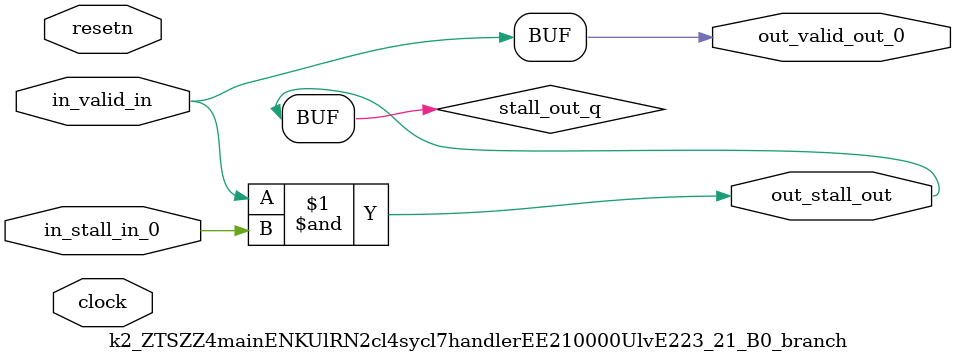
<source format=sv>



(* altera_attribute = "-name AUTO_SHIFT_REGISTER_RECOGNITION OFF; -name MESSAGE_DISABLE 10036; -name MESSAGE_DISABLE 10037; -name MESSAGE_DISABLE 14130; -name MESSAGE_DISABLE 14320; -name MESSAGE_DISABLE 15400; -name MESSAGE_DISABLE 14130; -name MESSAGE_DISABLE 10036; -name MESSAGE_DISABLE 12020; -name MESSAGE_DISABLE 12030; -name MESSAGE_DISABLE 12010; -name MESSAGE_DISABLE 12110; -name MESSAGE_DISABLE 14320; -name MESSAGE_DISABLE 13410; -name MESSAGE_DISABLE 113007; -name MESSAGE_DISABLE 10958" *)
module k2_ZTSZZ4mainENKUlRN2cl4sycl7handlerEE210000UlvE223_21_B0_branch (
    input wire [0:0] in_stall_in_0,
    input wire [0:0] in_valid_in,
    output wire [0:0] out_stall_out,
    output wire [0:0] out_valid_out_0,
    input wire clock,
    input wire resetn
    );

    wire [0:0] stall_out_q;


    // stall_out(LOGICAL,6)
    assign stall_out_q = in_valid_in & in_stall_in_0;

    // out_stall_out(GPOUT,4)
    assign out_stall_out = stall_out_q;

    // out_valid_out_0(GPOUT,5)
    assign out_valid_out_0 = in_valid_in;

endmodule

</source>
